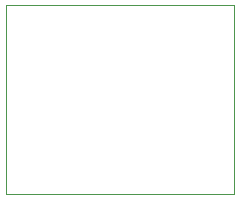
<source format=gbr>
G04 #@! TF.GenerationSoftware,KiCad,Pcbnew,(5.1.5)-3*
G04 #@! TF.CreationDate,2020-12-21T12:30:09+01:00*
G04 #@! TF.ProjectId,epimetheus_bmp180,6570696d-6574-4686-9575-735f626d7031,rev?*
G04 #@! TF.SameCoordinates,Original*
G04 #@! TF.FileFunction,Profile,NP*
%FSLAX46Y46*%
G04 Gerber Fmt 4.6, Leading zero omitted, Abs format (unit mm)*
G04 Created by KiCad (PCBNEW (5.1.5)-3) date 2020-12-21 12:30:09*
%MOMM*%
%LPD*%
G04 APERTURE LIST*
%ADD10C,0.050000*%
G04 APERTURE END LIST*
D10*
X181102000Y-22860000D02*
X180848000Y-22860000D01*
X181102000Y-38862000D02*
X181102000Y-22860000D01*
X161798000Y-38862000D02*
X181102000Y-38862000D01*
X161798000Y-22860000D02*
X161798000Y-38862000D01*
X180848000Y-22860000D02*
X161798000Y-22860000D01*
M02*

</source>
